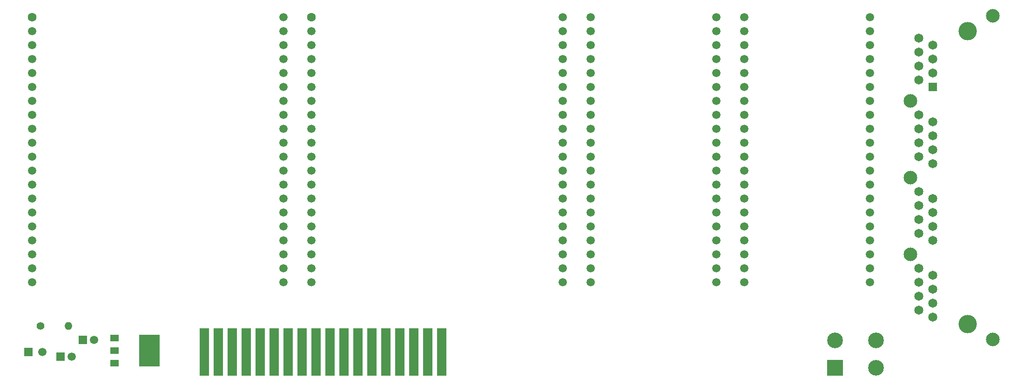
<source format=gts>
%TF.GenerationSoftware,KiCad,Pcbnew,8.0.7*%
%TF.CreationDate,2025-05-21T11:44:40+02:00*%
%TF.ProjectId,GPIO 32bit Board,4750494f-2033-4326-9269-7420426f6172,Pico GPIO Wide*%
%TF.SameCoordinates,Original*%
%TF.FileFunction,Soldermask,Top*%
%TF.FilePolarity,Negative*%
%FSLAX46Y46*%
G04 Gerber Fmt 4.6, Leading zero omitted, Abs format (unit mm)*
G04 Created by KiCad (PCBNEW 8.0.7) date 2025-05-21 11:44:40*
%MOMM*%
%LPD*%
G01*
G04 APERTURE LIST*
%ADD10R,2.850000X2.850000*%
%ADD11C,2.850000*%
%ADD12R,1.780000X8.620000*%
%ADD13R,1.500000X1.200000*%
%ADD14R,3.810000X5.842000*%
%ADD15C,1.400000*%
%ADD16O,1.400000X1.400000*%
%ADD17C,1.600000*%
%ADD18C,1.500000*%
%ADD19R,1.500000X1.500000*%
%ADD20C,3.330000*%
%ADD21R,1.650000X1.650000*%
%ADD22C,1.650000*%
%ADD23C,2.475000*%
G04 APERTURE END LIST*
D10*
%TO.C,J3*%
X146050000Y-15621000D03*
D11*
X153550000Y-15621000D03*
X146050000Y-10621000D03*
X153550000Y-10621000D03*
%TD*%
D12*
%TO.C,J2*%
X31369048Y-12700000D03*
X33909048Y-12700000D03*
X36449048Y-12700000D03*
X38989048Y-12700000D03*
X41529048Y-12700000D03*
X44069048Y-12700000D03*
X46609048Y-12700000D03*
X49149048Y-12700000D03*
X51689048Y-12700000D03*
X54229048Y-12700000D03*
X56769048Y-12700000D03*
X59309048Y-12700000D03*
X61849048Y-12700000D03*
X64389048Y-12700000D03*
X66929048Y-12700000D03*
X69469048Y-12700000D03*
X72009048Y-12700000D03*
X74549048Y-12700000D03*
%TD*%
D13*
%TO.C,IC1*%
X14986000Y-10146000D03*
X14986000Y-12446000D03*
X14986000Y-14746000D03*
D14*
X21361000Y-12446000D03*
%TD*%
D15*
%TO.C,R1*%
X1524000Y-8001000D03*
D16*
X6604000Y-8001000D03*
%TD*%
D17*
%TO.C,B1*%
X50800000Y48260000D03*
D18*
X50800000Y45720000D03*
X50800000Y43180000D03*
X50800000Y40640000D03*
X50800000Y38100000D03*
X50800000Y35560000D03*
X50800000Y33020000D03*
X50800000Y30480000D03*
X50800000Y27940000D03*
X50800000Y25400000D03*
X50800000Y22860000D03*
X50800000Y20320000D03*
X50800000Y17780000D03*
X50800000Y15240000D03*
X50800000Y12700000D03*
X50800000Y10160000D03*
X50800000Y7620000D03*
X50800000Y5080000D03*
X50800000Y2540000D03*
X50800000Y0D03*
X96520000Y0D03*
X96520000Y2540000D03*
X96520000Y5080000D03*
X96520000Y7620000D03*
X96520000Y10160000D03*
X96520000Y12700000D03*
X96520000Y15240000D03*
X96520000Y17780000D03*
X96520000Y20320000D03*
X96520000Y22860000D03*
X96520000Y25400000D03*
X96520000Y27940000D03*
X96520000Y30480000D03*
X96520000Y33020000D03*
X96520000Y35560000D03*
X96520000Y38100000D03*
X96520000Y40640000D03*
X96520000Y43180000D03*
X96520000Y45720000D03*
X96520000Y48260000D03*
%TD*%
D19*
%TO.C,C1*%
X9287000Y-10541000D03*
D18*
X11287000Y-10541000D03*
%TD*%
D19*
%TO.C,C2*%
X5207000Y-13589000D03*
D18*
X7207000Y-13589000D03*
%TD*%
D19*
%TO.C,LED1*%
X-635000Y-12700000D03*
D18*
X1905000Y-12700000D03*
%TD*%
D17*
%TO.C,B2*%
X0Y48260000D03*
D18*
X0Y45720000D03*
X0Y43180000D03*
X0Y40640000D03*
X0Y38100000D03*
X0Y35560000D03*
X0Y33020000D03*
X0Y30480000D03*
X0Y27940000D03*
X0Y25400000D03*
X0Y22860000D03*
X0Y20320000D03*
X0Y17780000D03*
X0Y15240000D03*
X0Y12700000D03*
X0Y10160000D03*
X0Y7620000D03*
X0Y5080000D03*
X0Y2540000D03*
X0Y0D03*
X45720000Y0D03*
X45720000Y2540000D03*
X45720000Y5080000D03*
X45720000Y7620000D03*
X45720000Y10160000D03*
X45720000Y12700000D03*
X45720000Y15240000D03*
X45720000Y17780000D03*
X45720000Y20320000D03*
X45720000Y22860000D03*
X45720000Y25400000D03*
X45720000Y27940000D03*
X45720000Y30480000D03*
X45720000Y33020000D03*
X45720000Y35560000D03*
X45720000Y38100000D03*
X45720000Y40640000D03*
X45720000Y43180000D03*
X45720000Y45720000D03*
X45720000Y48260000D03*
%TD*%
%TO.C,B3*%
X129540000Y48260000D03*
X129540000Y45720000D03*
X129540000Y43180000D03*
X129540000Y40640000D03*
X129540000Y38100000D03*
X129540000Y35560000D03*
X129540000Y33020000D03*
X129540000Y30480000D03*
X129540000Y27940000D03*
X129540000Y25400000D03*
X129540000Y22860000D03*
X129540000Y20320000D03*
X129540000Y17780000D03*
X129540000Y15240000D03*
X129540000Y12700000D03*
X129540000Y10160000D03*
X129540000Y7620000D03*
X129540000Y5080000D03*
X129540000Y2540000D03*
X129540000Y0D03*
X152400000Y0D03*
X152400000Y2540000D03*
X152400000Y5080000D03*
X152400000Y7620000D03*
X152400000Y10160000D03*
X152400000Y12700000D03*
X152400000Y15240000D03*
X152400000Y17780000D03*
X152400000Y20320000D03*
X152400000Y22860000D03*
X152400000Y25400000D03*
X152400000Y27940000D03*
X152400000Y30480000D03*
X152400000Y33020000D03*
X152400000Y35560000D03*
X152400000Y38100000D03*
X152400000Y40640000D03*
X152400000Y43180000D03*
X152400000Y45720000D03*
X152400000Y48260000D03*
%TD*%
%TO.C,B4*%
X101600000Y48260000D03*
X101600000Y45720000D03*
X101600000Y43180000D03*
X101600000Y40640000D03*
X101600000Y38100000D03*
X101600000Y35560000D03*
X101600000Y33020000D03*
X101600000Y30480000D03*
X101600000Y27940000D03*
X101600000Y25400000D03*
X101600000Y22860000D03*
X101600000Y20320000D03*
X101600000Y17780000D03*
X101600000Y15240000D03*
X101600000Y12700000D03*
X101600000Y10160000D03*
X101600000Y7620000D03*
X101600000Y5080000D03*
X101600000Y2540000D03*
X101600000Y0D03*
X124460000Y0D03*
X124460000Y2540000D03*
X124460000Y5080000D03*
X124460000Y7620000D03*
X124460000Y10160000D03*
X124460000Y12700000D03*
X124460000Y15240000D03*
X124460000Y17780000D03*
X124460000Y20320000D03*
X124460000Y22860000D03*
X124460000Y25400000D03*
X124460000Y27940000D03*
X124460000Y30480000D03*
X124460000Y33020000D03*
X124460000Y35560000D03*
X124460000Y38100000D03*
X124460000Y40640000D03*
X124460000Y43180000D03*
X124460000Y45720000D03*
X124460000Y48260000D03*
%TD*%
D20*
%TO.C,J1*%
X170180000Y-7620000D03*
X170180000Y45720000D03*
D21*
X163830000Y35560000D03*
D22*
X161290000Y36830000D03*
X163830000Y38100000D03*
X161290000Y39370000D03*
X163830000Y40640000D03*
X161290000Y41910000D03*
X163830000Y43180000D03*
X161290000Y44450000D03*
X163830000Y21590000D03*
X161290000Y22860000D03*
X163830000Y24130000D03*
X161290000Y25400000D03*
X163830000Y26670000D03*
X161290000Y27940000D03*
X163830000Y29210000D03*
X161290000Y30480000D03*
X163830000Y7620000D03*
X161290000Y8890000D03*
X163830000Y10160000D03*
X161290000Y11430000D03*
X163830000Y12700000D03*
X161290000Y13970000D03*
X163830000Y15240000D03*
X161290000Y16510000D03*
X163830000Y-6350000D03*
X161290000Y-5080000D03*
X163830000Y-3810000D03*
X161290000Y-2540000D03*
X163830000Y-1270000D03*
X161290000Y0D03*
X163830000Y1270000D03*
X161290000Y2540000D03*
D23*
X174750000Y-10410000D03*
X159770000Y5080000D03*
X159770000Y19050000D03*
X159770000Y33020000D03*
X174750000Y48510000D03*
%TD*%
M02*

</source>
